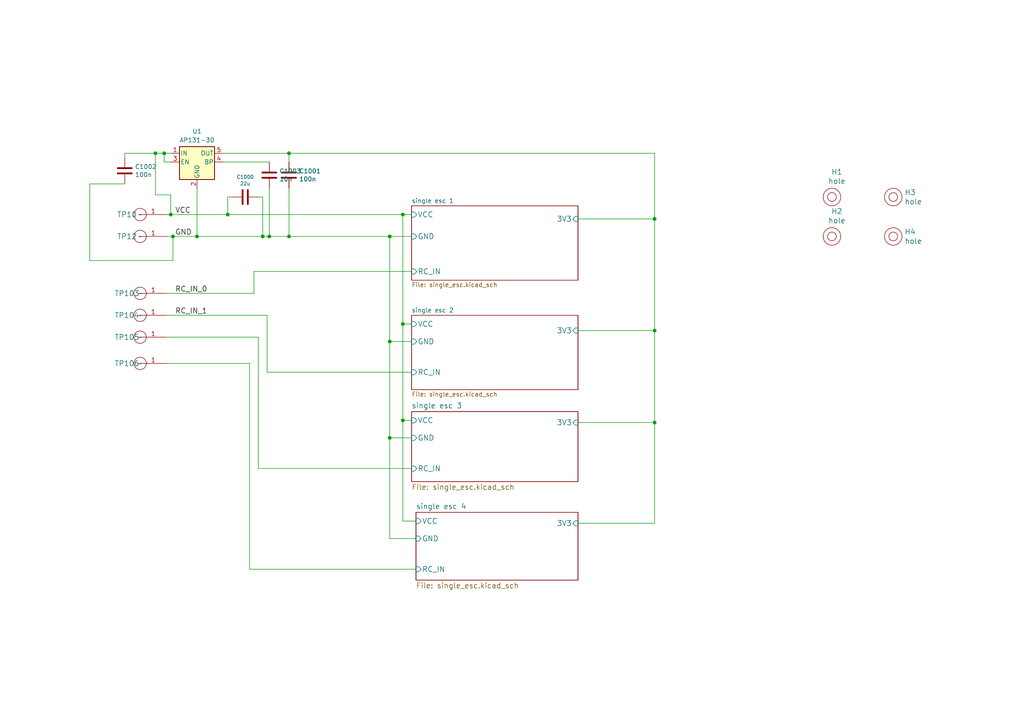
<source format=kicad_sch>
(kicad_sch (version 20230121) (generator eeschema)
  (paper "A4")
  (title_block (date "7 oct 2016"))
  (lib_symbols
    (symbol "Device:C" (pin_numbers hide) (pin_names (offset 0.254))
      (property "Reference" "C" (at 0.635 2.54 0))
      (property "Value" "C" (at 0.635 -2.54 0))
      (symbol "C_0_1"
        (polyline (pts (xy -2.032 -0.762) (xy 2.032 -0.762)) (stroke (width 0.508)))
        (polyline (pts (xy -2.032 0.762) (xy 2.032 0.762)) (stroke (width 0.508)))
      )
      (symbol "C_1_1"
        (pin passive line (at 0 3.81 270) (length 2.794) (name "~") (number "1"))
        (pin passive line (at 0 -3.81 90) (length 2.794) (name "~") (number "2"))
      )
    )
    (symbol "Regulator_Linear:AP131-30" (pin_names (offset 0.254))
      (property "Reference" "U" (at -3.81 5.715 0))
      (property "Value" "AP131-30" (at 0 5.715 0))
      (symbol "AP131-30_0_1"
        (rectangle (start -5.08 4.445) (end 5.08 -5.08) (stroke (width 0.254)) (fill (type background)))
      )
      (symbol "AP131-30_1_1"
        (pin power_in line (at -7.62 2.54 0) (length 2.54) (name "IN") (number "1"))
        (pin power_in line (at 0 -7.62 90) (length 2.54) (name "GND") (number "2"))
        (pin input line (at -7.62 0 0) (length 2.54) (name "EN") (number "3"))
        (pin input line (at 7.62 0 180) (length 2.54) (name "BP") (number "4"))
        (pin power_out line (at 7.62 2.54 180) (length 2.54) (name "OUT") (number "5"))
      )
    )
    (symbol "custom:CUSTOM_C" (pin_numbers hide) (pin_names (offset 0.254))
      (property "Reference" "C" (at 0.635 2.54 0))
      (property "Value" "CUSTOM_C" (at 0.635 -2.54 0))
      (symbol "CUSTOM_C_0_1"
        (polyline (pts (xy -2.032 -0.762) (xy 2.032 -0.762)) (stroke (width 0.508)))
        (polyline (pts (xy -2.032 0.762) (xy 2.032 0.762)) (stroke (width 0.508)))
      )
      (symbol "CUSTOM_C_1_1"
        (pin passive line (at 0 3.81 270) (length 2.794) (name "~") (number "1"))
        (pin passive line (at 0 -3.81 90) (length 2.794) (name "~") (number "2"))
      )
    )
    (symbol "custom:TP" (pin_names (offset 1.016))
      (property "Value" "TP" (at 3.81 0 0))
      (symbol "TP_0_1"
        (circle (center 0 0) (radius 1.8034))
      )
      (symbol "TP_1_1"
        (pin bidirectional line (at -7.62 0 0) (length 7.62) (name "~") (number "1"))
      )
    )
    (symbol "custom:hole" (pin_names (offset 1.016))
      (property "Reference" "H" (at 0 6.35 0))
      (property "Value" "hole" (at 0 -6.35 0))
      (symbol "hole_0_1"
        (circle (center 0 0) (radius 1.27))
        (circle (center 0 0) (radius 2.54))
      )
    )
  )
  (junction (at 116.84 121.92))
  (junction (at 83.82 44.45))
  (junction (at 50.165 68.58))
  (junction (at 66.04 62.23))
  (junction (at 189.865 95.885))
  (junction (at 189.865 122.555))
  (junction (at 45.085 44.45))
  (junction (at 47.625 44.45))
  (junction (at 57.15 68.58))
  (junction (at 78.105 68.58))
  (junction (at 83.82 68.58))
  (junction (at 189.865 63.5))
  (junction (at 113.03 127))
  (junction (at 76.2 68.58))
  (junction (at 113.03 99.06))
  (junction (at 113.03 68.58))
  (junction (at 49.53 62.23))
  (junction (at 116.84 93.98))
  (junction (at 116.84 62.23))
  (wire (pts (xy 57.15 54.61) (xy 57.15 68.58)))
  (wire (pts (xy 49.53 46.99) (xy 47.625 46.99)))
  (wire (pts (xy 36.195 53.34) (xy 26.035 53.34)))
  (wire (pts (xy 116.84 121.92) (xy 119.38 121.92)))
  (wire (pts (xy 72.39 165.1) (xy 72.39 105.41)))
  (wire (pts (xy 189.865 44.45) (xy 83.82 44.45)))
  (wire (pts (xy 48.26 97.79) (xy 74.93 97.79)))
  (wire (pts (xy 66.04 62.23) (xy 116.84 62.23)))
  (wire (pts (xy 57.15 68.58) (xy 76.2 68.58)))
  (wire (pts (xy 83.82 68.58) (xy 113.03 68.58)))
  (wire (pts (xy 167.64 151.765) (xy 189.865 151.765)))
  (wire (pts (xy 45.085 56.515) (xy 45.085 44.45)))
  (wire (pts (xy 167.64 63.5) (xy 189.865 63.5)))
  (wire (pts (xy 48.26 62.23) (xy 49.53 62.23)))
  (wire (pts (xy 116.84 121.92) (xy 116.84 151.13)))
  (wire (pts (xy 116.84 93.98) (xy 116.84 121.92)))
  (wire (pts (xy 83.82 54.61) (xy 83.82 68.58)))
  (wire (pts (xy 48.26 105.41) (xy 72.39 105.41)))
  (wire (pts (xy 66.04 57.15) (xy 67.31 57.15)))
  (wire (pts (xy 47.625 44.45) (xy 49.53 44.45)))
  (wire (pts (xy 113.03 99.06) (xy 113.03 127)))
  (wire (pts (xy 49.53 62.23) (xy 66.04 62.23)))
  (wire (pts (xy 74.93 97.79) (xy 74.93 135.89)))
  (wire (pts (xy 48.26 85.09) (xy 73.66 85.09)))
  (wire (pts (xy 76.2 57.15) (xy 76.2 68.58)))
  (wire (pts (xy 36.195 45.72) (xy 36.195 44.45)))
  (wire (pts (xy 113.03 156.21) (xy 120.65 156.21)))
  (wire (pts (xy 78.105 68.58) (xy 83.82 68.58)))
  (wire (pts (xy 189.865 95.885) (xy 189.865 63.5)))
  (wire (pts (xy 77.47 91.44) (xy 77.47 107.95)))
  (wire (pts (xy 26.035 53.34) (xy 26.035 75.565)))
  (wire (pts (xy 76.2 68.58) (xy 78.105 68.58)))
  (wire (pts (xy 120.65 165.1) (xy 72.39 165.1)))
  (wire (pts (xy 116.84 151.13) (xy 120.65 151.13)))
  (wire (pts (xy 116.84 62.23) (xy 119.38 62.23)))
  (wire (pts (xy 116.84 62.23) (xy 116.84 93.98)))
  (wire (pts (xy 64.77 46.99) (xy 78.105 46.99)))
  (wire (pts (xy 78.105 54.61) (xy 78.105 68.58)))
  (wire (pts (xy 47.625 46.99) (xy 47.625 44.45)))
  (wire (pts (xy 113.03 99.06) (xy 119.38 99.06)))
  (wire (pts (xy 77.47 107.95) (xy 119.38 107.95)))
  (wire (pts (xy 49.53 56.515) (xy 45.085 56.515)))
  (wire (pts (xy 113.03 127) (xy 113.03 156.21)))
  (wire (pts (xy 167.64 122.555) (xy 189.865 122.555)))
  (wire (pts (xy 48.26 91.44) (xy 77.47 91.44)))
  (wire (pts (xy 119.38 127) (xy 113.03 127)))
  (wire (pts (xy 36.195 44.45) (xy 45.085 44.45)))
  (wire (pts (xy 113.03 68.58) (xy 113.03 99.06)))
  (wire (pts (xy 189.865 122.555) (xy 189.865 95.885)))
  (wire (pts (xy 119.38 78.74) (xy 73.66 78.74)))
  (wire (pts (xy 83.82 46.99) (xy 83.82 44.45)))
  (wire (pts (xy 189.865 63.5) (xy 189.865 44.45)))
  (wire (pts (xy 83.82 44.45) (xy 64.77 44.45)))
  (wire (pts (xy 74.93 135.89) (xy 119.38 135.89)))
  (wire (pts (xy 49.53 62.23) (xy 49.53 56.515)))
  (wire (pts (xy 189.865 151.765) (xy 189.865 122.555)))
  (wire (pts (xy 116.84 93.98) (xy 119.38 93.98)))
  (wire (pts (xy 50.165 68.58) (xy 57.15 68.58)))
  (wire (pts (xy 167.64 95.885) (xy 189.865 95.885)))
  (wire (pts (xy 45.085 44.45) (xy 47.625 44.45)))
  (wire (pts (xy 26.035 75.565) (xy 50.165 75.565)))
  (wire (pts (xy 50.165 75.565) (xy 50.165 68.58)))
  (wire (pts (xy 48.26 68.58) (xy 50.165 68.58)))
  (wire (pts (xy 73.66 78.74) (xy 73.66 85.09)))
  (wire (pts (xy 74.93 57.15) (xy 76.2 57.15)))
  (wire (pts (xy 66.04 57.15) (xy 66.04 62.23)))
  (wire (pts (xy 113.03 68.58) (xy 119.38 68.58)))
  (label "RC_IN_0" (at 50.8 85.09 0) (effects (font (size 1.524 1.524))))
  (label "GND" (at 50.8 68.58 0) (effects (font (size 1.524 1.524))))
  (label "RC_IN_1" (at 50.8 91.44 0) (effects (font (size 1.524 1.524))))
  (label "VCC" (at 50.8 62.23 0) (effects (font (size 1.524 1.524))))
  (symbol (lib_id "custom:TP") (at 40.64 62.23 180) (unit 1)
    (property "Reference" "TP10" (at 36.83 62.23 0) (effects (font (size 1.524 1.524))))
    (property "Value" "TP" (effects hide))
    (property "Footprint" "custom:TP_POWER_PAD_DOUBLESIDED" (effects hide))
    (property "Datasheet" "~" (at 40.64 62.23 0) (effects (font (size 1.524 1.524))))
  )
  (symbol (lib_id "custom:TP") (at 40.64 68.58 180) (unit 1)
    (property "Reference" "TP12" (at 36.83 68.58 0) (effects (font (size 1.524 1.524))))
    (property "Value" "TP" (effects hide))
    (property "Footprint" "custom:TP_POWER_PAD_DOUBLESIDED" (effects hide))
    (property "Datasheet" "~" (at 40.64 68.58 0) (effects (font (size 1.524 1.524))))
  )
  (symbol (lib_id "custom:TP") (at 40.64 85.09 180) (unit 1)
    (property "Reference" "TP103" (at 36.83 85.09 0) (effects (font (size 1.524 1.524))))
    (property "Value" "TP" (effects hide))
    (property "Footprint" "custom:tp_SMD_0.6x1.2" (effects hide))
    (property "Datasheet" "~" (at 40.64 85.09 0) (effects (font (size 1.524 1.524))))
  )
  (symbol (lib_id "custom:TP") (at 40.64 91.44 180) (unit 1)
    (property "Reference" "TP104" (at 36.83 91.44 0) (effects (font (size 1.524 1.524))))
    (property "Value" "TP" (effects hide))
    (property "Footprint" "custom:tp_SMD_0.6x1.2" (effects hide))
    (property "Datasheet" "~" (at 40.64 91.44 0) (effects (font (size 1.524 1.524))))
  )
  (symbol (lib_id "custom:TP") (at 40.64 97.79 180) (unit 1)
    (property "Reference" "TP105" (at 36.83 97.79 0) (effects (font (size 1.524 1.524))))
    (property "Value" "TP" (effects hide))
    (property "Footprint" "custom:tp_SMD_0.6x1.2" (effects hide))
    (property "Datasheet" "~" (at 40.64 97.79 0) (effects (font (size 1.524 1.524))))
  )
  (symbol (lib_id "custom:TP") (at 40.64 105.41 180) (unit 1)
    (property "Reference" "TP106" (at 36.83 105.41 0) (effects (font (size 1.524 1.524))))
    (property "Value" "TP" (effects hide))
    (property "Footprint" "custom:tp_SMD_0.6x1.2" (effects hide))
    (property "Datasheet" "~" (at 40.64 105.41 0) (effects (font (size 1.524 1.524))))
  )
  (symbol (lib_id "custom:CUSTOM_C") (at 71.12 57.15 270) (unit 1)
    (property "Reference" "C1000" (at 71.12 51.3334 90) (effects (font (size 1.016 1.016))))
    (property "Value" "22u" (at 71.12 53.2638 90) (effects (font (size 1.016 1.016))))
    (property "Footprint" "custom:C_0603_CUSTOM" (effects hide))
  )
  (symbol (lib_id "custom:hole") (at 241.3 57.15 0) (unit 1)
    (property "Reference" "H1" (at 242.7224 49.8602 0) (effects (font (size 1.524 1.524))))
    (property "Value" "hole" (at 242.7224 52.5526 0) (effects (font (size 1.524 1.524))))
    (property "Footprint" "custom:mouting_hole" (effects hide))
  )
  (symbol (lib_id "custom:hole") (at 241.3 68.58 0) (unit 1)
    (property "Reference" "H2" (at 242.7224 61.2902 0) (effects (font (size 1.524 1.524))))
    (property "Value" "hole" (at 242.7224 63.9826 0) (effects (font (size 1.524 1.524))))
    (property "Footprint" "custom:mouting_hole" (effects hide))
  )
  (symbol (lib_id "custom:hole") (at 259.08 57.15 180) (unit 1)
    (property "Reference" "H3" (at 262.3312 55.8038 0) (effects (font (size 1.524 1.524)) (justify right)))
    (property "Value" "hole" (at 262.3312 58.4962 0) (effects (font (size 1.524 1.524)) (justify right)))
    (property "Footprint" "custom:mouting_hole" (effects hide))
  )
  (symbol (lib_id "custom:hole") (at 259.08 68.58 180) (unit 1)
    (property "Reference" "H4" (at 262.3312 67.2338 0) (effects (font (size 1.524 1.524)) (justify right)))
    (property "Value" "hole" (at 262.3312 69.9262 0) (effects (font (size 1.524 1.524)) (justify right)))
    (property "Footprint" "custom:mouting_hole" (effects hide))
  )
  (symbol (lib_id "Device:C") (at 83.82 50.8 0) (unit 1)
    (property "Reference" "C1001" (at 86.741 49.6316 0) (effects (justify left)))
    (property "Value" "100n" (at 86.741 51.943 0) (effects (justify left)))
    (property "Footprint" "custom:C_0402_CUSTOM" (effects hide))
  )
  (symbol (lib_id "Device:C") (at 36.195 49.53 0) (unit 1)
    (property "Reference" "C1002" (at 39.116 48.3616 0) (effects (justify left)))
    (property "Value" "100n" (at 39.116 50.673 0) (effects (justify left)))
    (property "Footprint" "custom:C_0402_CUSTOM" (effects hide))
  )
  (symbol (lib_id "Device:C") (at 78.105 50.8 0) (unit 1)
    (property "Reference" "C1003" (at 81.026 49.6316 0) (effects (justify left)))
    (property "Value" "10n" (at 81.026 51.943 0) (effects (justify left)))
    (property "Footprint" "custom:C_0402_CUSTOM" (effects hide))
  )
  (symbol (lib_id "Regulator_Linear:AP131-30") (at 57.15 46.99 0) (unit 1)
    (property "Reference" "U1" (at 57.15 38.1 0))
    (property "Value" "AP131-30" (at 57.15 40.64 0))
    (property "Footprint" "Package_TO_SOT_SMD:SOT-23-5" (effects hide))
    (property "Datasheet" "http://www.diodes.com/_files/datasheets/AP131.pdf" (effects hide))
  )
  (sheet (at 119.38 59.69) (size 48.26 21.59)
    (property "Sheetname" "single esc 1" (at 119.38 58.9784 0) (effects (justify left bottom)))
    (property "Sheetfile" "single_esc.kicad_sch" (at 119.38 81.8646 0) (effects (justify left top)))
    (pin "RC_IN" input (at 119.38 78.74 180) (effects (font (size 1.524 1.524))))
    (pin "VCC" input (at 119.38 62.23 180) (effects (font (size 1.524 1.524))))
    (pin "GND" input (at 119.38 68.58 180) (effects (font (size 1.524 1.524))))
    (pin "3V3" input (at 167.64 63.5 0) (effects (font (size 1.524 1.524))))
  )
  (sheet (at 119.38 91.44) (size 48.26 21.59)
    (property "Sheetname" "single esc 2" (at 119.38 90.7284 0) (effects (justify left bottom)))
    (property "Sheetfile" "single_esc.kicad_sch" (at 119.38 113.6146 0) (effects (justify left top)))
    (pin "RC_IN" input (at 119.38 107.95 180) (effects (font (size 1.524 1.524))))
    (pin "VCC" input (at 119.38 93.98 180) (effects (font (size 1.524 1.524))))
    (pin "GND" input (at 119.38 99.06 180) (effects (font (size 1.524 1.524))))
    (pin "3V3" input (at 167.64 95.885 0) (effects (font (size 1.524 1.524))))
  )
  (sheet (at 119.38 119.38) (size 48.26 20.32)
    (property "Sheetname" "single esc 3" (at 119.38 118.5414 0) (effects (font (size 1.524 1.524)) (justify left bottom)))
    (property "Sheetfile" "single_esc.kicad_sch" (at 119.38 140.3862 0) (effects (font (size 1.524 1.524)) (justify left top)))
    (pin "RC_IN" input (at 119.38 135.89 180) (effects (font (size 1.524 1.524))))
    (pin "VCC" input (at 119.38 121.92 180) (effects (font (size 1.524 1.524))))
    (pin "GND" input (at 119.38 127 180) (effects (font (size 1.524 1.524))))
    (pin "3V3" input (at 167.64 122.555 0) (effects (font (size 1.524 1.524))))
  )
  (sheet (at 120.65 148.59) (size 46.99 19.685)
    (property "Sheetname" "single esc 4" (at 120.65 147.7514 0) (effects (font (size 1.524 1.524)) (justify left bottom)))
    (property "Sheetfile" "single_esc.kicad_sch" (at 120.65 168.9612 0) (effects (font (size 1.524 1.524)) (justify left top)))
    (pin "RC_IN" input (at 120.65 165.1 180) (effects (font (size 1.524 1.524))))
    (pin "VCC" input (at 120.65 151.13 180) (effects (font (size 1.524 1.524))))
    (pin "GND" input (at 120.65 156.21 180) (effects (font (size 1.524 1.524))))
    (pin "3V3" input (at 167.64 151.765 0) (effects (font (size 1.524 1.524))))
  )
)
</source>
